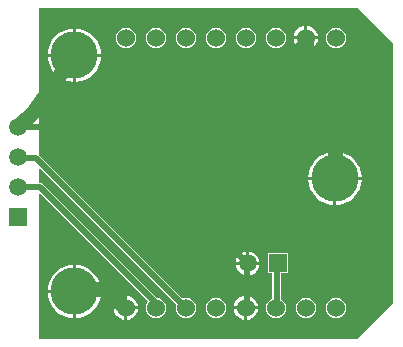
<source format=gtl>
G04*
G04 #@! TF.GenerationSoftware,Altium Limited,Altium Designer,19.1.5 (86)*
G04*
G04 Layer_Physical_Order=1*
G04 Layer_Color=255*
%FSLAX25Y25*%
%MOIN*%
G70*
G01*
G75*
%ADD16C,0.05000*%
%ADD17C,0.02000*%
%ADD18C,0.15748*%
%ADD19C,0.05906*%
%ADD20R,0.05906X0.05906*%
%ADD21R,0.05906X0.05906*%
%ADD22C,0.06000*%
G36*
X149606Y102362D02*
Y15748D01*
X137795Y3937D01*
X31496D01*
Y52218D01*
X31958Y52409D01*
X67917Y16451D01*
X67530Y15947D01*
X67188Y15120D01*
X67071Y14232D01*
X67188Y13345D01*
X67530Y12518D01*
X68075Y11807D01*
X68785Y11262D01*
X69612Y10920D01*
X70500Y10803D01*
X71388Y10920D01*
X72215Y11262D01*
X72925Y11807D01*
X73470Y12518D01*
X73813Y13345D01*
X73929Y14232D01*
X73813Y15120D01*
X73470Y15947D01*
X72925Y16657D01*
X72215Y17202D01*
X71388Y17545D01*
X70780Y17625D01*
X32927Y55478D01*
X32464Y55787D01*
X31917Y55896D01*
X31496Y56146D01*
Y60564D01*
X31958Y60756D01*
X77306Y15407D01*
X77188Y15120D01*
X77071Y14232D01*
X77188Y13345D01*
X77530Y12518D01*
X78075Y11807D01*
X78785Y11262D01*
X79612Y10920D01*
X80500Y10803D01*
X81388Y10920D01*
X82215Y11262D01*
X82925Y11807D01*
X83470Y12518D01*
X83812Y13345D01*
X83929Y14232D01*
X83812Y15120D01*
X83470Y15947D01*
X82925Y16657D01*
X82215Y17202D01*
X81388Y17545D01*
X80500Y17662D01*
X79612Y17545D01*
X79325Y17426D01*
X31635Y65116D01*
X31496Y65209D01*
Y114173D01*
X137795D01*
X149606Y102362D01*
D02*
G37*
%LPC*%
G36*
X121000Y108201D02*
Y104732D01*
X124469D01*
X124397Y105277D01*
X123994Y106249D01*
X123353Y107085D01*
X122517Y107726D01*
X121544Y108129D01*
X121000Y108201D01*
D02*
G37*
G36*
X120000D02*
X119456Y108129D01*
X118483Y107726D01*
X117647Y107085D01*
X117006Y106249D01*
X116603Y105277D01*
X116531Y104732D01*
X120000D01*
Y108201D01*
D02*
G37*
G36*
X130500Y107662D02*
X129612Y107545D01*
X128785Y107202D01*
X128075Y106657D01*
X127530Y105947D01*
X127188Y105120D01*
X127071Y104232D01*
X127188Y103345D01*
X127530Y102518D01*
X128075Y101807D01*
X128785Y101262D01*
X129612Y100920D01*
X130500Y100803D01*
X131388Y100920D01*
X132215Y101262D01*
X132925Y101807D01*
X133470Y102518D01*
X133812Y103345D01*
X133929Y104232D01*
X133812Y105120D01*
X133470Y105947D01*
X132925Y106657D01*
X132215Y107202D01*
X131388Y107545D01*
X130500Y107662D01*
D02*
G37*
G36*
X110500D02*
X109612Y107545D01*
X108785Y107202D01*
X108075Y106657D01*
X107530Y105947D01*
X107187Y105120D01*
X107071Y104232D01*
X107187Y103345D01*
X107530Y102518D01*
X108075Y101807D01*
X108785Y101262D01*
X109612Y100920D01*
X110500Y100803D01*
X111388Y100920D01*
X112215Y101262D01*
X112925Y101807D01*
X113470Y102518D01*
X113812Y103345D01*
X113929Y104232D01*
X113812Y105120D01*
X113470Y105947D01*
X112925Y106657D01*
X112215Y107202D01*
X111388Y107545D01*
X110500Y107662D01*
D02*
G37*
G36*
X100500D02*
X99612Y107545D01*
X98785Y107202D01*
X98075Y106657D01*
X97530Y105947D01*
X97188Y105120D01*
X97071Y104232D01*
X97188Y103345D01*
X97530Y102518D01*
X98075Y101807D01*
X98785Y101262D01*
X99612Y100920D01*
X100500Y100803D01*
X101388Y100920D01*
X102215Y101262D01*
X102925Y101807D01*
X103470Y102518D01*
X103813Y103345D01*
X103929Y104232D01*
X103813Y105120D01*
X103470Y105947D01*
X102925Y106657D01*
X102215Y107202D01*
X101388Y107545D01*
X100500Y107662D01*
D02*
G37*
G36*
X90500D02*
X89612Y107545D01*
X88785Y107202D01*
X88075Y106657D01*
X87530Y105947D01*
X87187Y105120D01*
X87071Y104232D01*
X87187Y103345D01*
X87530Y102518D01*
X88075Y101807D01*
X88785Y101262D01*
X89612Y100920D01*
X90500Y100803D01*
X91388Y100920D01*
X92215Y101262D01*
X92925Y101807D01*
X93470Y102518D01*
X93813Y103345D01*
X93929Y104232D01*
X93813Y105120D01*
X93470Y105947D01*
X92925Y106657D01*
X92215Y107202D01*
X91388Y107545D01*
X90500Y107662D01*
D02*
G37*
G36*
X80500D02*
X79612Y107545D01*
X78785Y107202D01*
X78075Y106657D01*
X77530Y105947D01*
X77188Y105120D01*
X77071Y104232D01*
X77188Y103345D01*
X77530Y102518D01*
X78075Y101807D01*
X78785Y101262D01*
X79612Y100920D01*
X80500Y100803D01*
X81388Y100920D01*
X82215Y101262D01*
X82925Y101807D01*
X83470Y102518D01*
X83812Y103345D01*
X83929Y104232D01*
X83812Y105120D01*
X83470Y105947D01*
X82925Y106657D01*
X82215Y107202D01*
X81388Y107545D01*
X80500Y107662D01*
D02*
G37*
G36*
X70500D02*
X69612Y107545D01*
X68785Y107202D01*
X68075Y106657D01*
X67530Y105947D01*
X67188Y105120D01*
X67071Y104232D01*
X67188Y103345D01*
X67530Y102518D01*
X68075Y101807D01*
X68785Y101262D01*
X69612Y100920D01*
X70500Y100803D01*
X71388Y100920D01*
X72215Y101262D01*
X72925Y101807D01*
X73470Y102518D01*
X73813Y103345D01*
X73929Y104232D01*
X73813Y105120D01*
X73470Y105947D01*
X72925Y106657D01*
X72215Y107202D01*
X71388Y107545D01*
X70500Y107662D01*
D02*
G37*
G36*
X60500D02*
X59612Y107545D01*
X58785Y107202D01*
X58075Y106657D01*
X57530Y105947D01*
X57187Y105120D01*
X57071Y104232D01*
X57187Y103345D01*
X57530Y102518D01*
X58075Y101807D01*
X58785Y101262D01*
X59612Y100920D01*
X60500Y100803D01*
X61388Y100920D01*
X62215Y101262D01*
X62925Y101807D01*
X63470Y102518D01*
X63813Y103345D01*
X63929Y104232D01*
X63813Y105120D01*
X63470Y105947D01*
X62925Y106657D01*
X62215Y107202D01*
X61388Y107545D01*
X60500Y107662D01*
D02*
G37*
G36*
X124469Y103732D02*
X121000D01*
Y100264D01*
X121544Y100335D01*
X122517Y100738D01*
X123353Y101379D01*
X123994Y102215D01*
X124397Y103188D01*
X124469Y103732D01*
D02*
G37*
G36*
X120000D02*
X116531D01*
X116603Y103188D01*
X117006Y102215D01*
X117647Y101379D01*
X118483Y100738D01*
X119456Y100335D01*
X120000Y100264D01*
Y103732D01*
D02*
G37*
G36*
X43807Y107293D02*
Y98925D01*
X52175D01*
X52053Y100165D01*
X51545Y101838D01*
X50721Y103379D01*
X49612Y104730D01*
X48261Y105839D01*
X46720Y106663D01*
X45047Y107171D01*
X43807Y107293D01*
D02*
G37*
G36*
X42807D02*
X41568Y107171D01*
X39895Y106663D01*
X38353Y105839D01*
X37002Y104730D01*
X35893Y103379D01*
X35069Y101838D01*
X34561Y100165D01*
X34439Y98925D01*
X42807D01*
Y107293D01*
D02*
G37*
G36*
X52175Y97925D02*
X43807D01*
Y89557D01*
X45047Y89680D01*
X46720Y90187D01*
X48261Y91011D01*
X49612Y92120D01*
X50721Y93471D01*
X51545Y95013D01*
X52053Y96686D01*
X52175Y97925D01*
D02*
G37*
G36*
X42807D02*
X34439D01*
X34561Y96686D01*
X35069Y95013D01*
X35893Y93471D01*
X37002Y92120D01*
X38353Y91011D01*
X39895Y90187D01*
X41568Y89680D01*
X42807Y89557D01*
Y97925D01*
D02*
G37*
G36*
X130685Y66250D02*
Y57882D01*
X139053D01*
X138931Y59122D01*
X138423Y60794D01*
X137599Y62336D01*
X136490Y63687D01*
X135139Y64796D01*
X133597Y65620D01*
X131925Y66128D01*
X130685Y66250D01*
D02*
G37*
G36*
X129685D02*
X128445Y66128D01*
X126773Y65620D01*
X125231Y64796D01*
X123880Y63687D01*
X122771Y62336D01*
X121947Y60794D01*
X121439Y59122D01*
X121317Y57882D01*
X129685D01*
Y66250D01*
D02*
G37*
G36*
X139053Y56882D02*
X130685D01*
Y48514D01*
X131925Y48636D01*
X133597Y49144D01*
X135139Y49968D01*
X136490Y51077D01*
X137599Y52428D01*
X138423Y53970D01*
X138931Y55642D01*
X139053Y56882D01*
D02*
G37*
G36*
X129685D02*
X121317D01*
X121439Y55642D01*
X121947Y53970D01*
X122771Y52428D01*
X123880Y51077D01*
X125231Y49968D01*
X126773Y49144D01*
X128445Y48636D01*
X129685Y48514D01*
Y56882D01*
D02*
G37*
G36*
X101551Y32956D02*
Y29535D01*
X104972D01*
X104902Y30067D01*
X104504Y31029D01*
X103870Y31855D01*
X103045Y32488D01*
X102083Y32886D01*
X101551Y32956D01*
D02*
G37*
G36*
X100551D02*
X100019Y32886D01*
X99058Y32488D01*
X98232Y31855D01*
X97598Y31029D01*
X97200Y30067D01*
X97130Y29535D01*
X100551D01*
Y32956D01*
D02*
G37*
G36*
X104972Y28535D02*
X101551D01*
Y25114D01*
X102083Y25184D01*
X103045Y25583D01*
X103870Y26216D01*
X104504Y27042D01*
X104902Y28004D01*
X104972Y28535D01*
D02*
G37*
G36*
X100551D02*
X97130D01*
X97200Y28004D01*
X97598Y27042D01*
X98232Y26216D01*
X99058Y25583D01*
X100019Y25184D01*
X100551Y25114D01*
Y28535D01*
D02*
G37*
G36*
X43807Y28553D02*
Y20185D01*
X52175D01*
X52053Y21425D01*
X51545Y23097D01*
X50721Y24639D01*
X49612Y25990D01*
X48261Y27099D01*
X46720Y27923D01*
X45047Y28431D01*
X43807Y28553D01*
D02*
G37*
G36*
X42807D02*
X41568Y28431D01*
X39895Y27923D01*
X38353Y27099D01*
X37002Y25990D01*
X35893Y24639D01*
X35069Y23097D01*
X34561Y21425D01*
X34439Y20185D01*
X42807D01*
Y28553D01*
D02*
G37*
G36*
X101000Y18201D02*
Y14732D01*
X104469D01*
X104397Y15277D01*
X103994Y16250D01*
X103353Y17085D01*
X102517Y17726D01*
X101544Y18129D01*
X101000Y18201D01*
D02*
G37*
G36*
X61000D02*
Y14732D01*
X64469D01*
X64397Y15277D01*
X63994Y16250D01*
X63353Y17085D01*
X62517Y17726D01*
X61544Y18129D01*
X61000Y18201D01*
D02*
G37*
G36*
X60000D02*
X59456Y18129D01*
X58483Y17726D01*
X57647Y17085D01*
X57006Y16250D01*
X56603Y15277D01*
X56531Y14732D01*
X60000D01*
Y18201D01*
D02*
G37*
G36*
X100000D02*
X99456Y18129D01*
X98483Y17726D01*
X97647Y17085D01*
X97006Y16250D01*
X96603Y15277D01*
X96531Y14732D01*
X100000D01*
Y18201D01*
D02*
G37*
G36*
X52175Y19185D02*
X43807D01*
Y10817D01*
X45047Y10939D01*
X46720Y11447D01*
X48261Y12271D01*
X49612Y13380D01*
X50721Y14731D01*
X51545Y16273D01*
X52053Y17945D01*
X52175Y19185D01*
D02*
G37*
G36*
X42807D02*
X34439D01*
X34561Y17945D01*
X35069Y16273D01*
X35893Y14731D01*
X37002Y13380D01*
X38353Y12271D01*
X39895Y11447D01*
X41568Y10939D01*
X42807Y10817D01*
Y19185D01*
D02*
G37*
G36*
X130500Y17662D02*
X129612Y17545D01*
X128785Y17202D01*
X128075Y16657D01*
X127530Y15947D01*
X127188Y15120D01*
X127071Y14232D01*
X127188Y13345D01*
X127530Y12518D01*
X128075Y11807D01*
X128785Y11262D01*
X129612Y10920D01*
X130500Y10803D01*
X131388Y10920D01*
X132215Y11262D01*
X132925Y11807D01*
X133470Y12518D01*
X133812Y13345D01*
X133929Y14232D01*
X133812Y15120D01*
X133470Y15947D01*
X132925Y16657D01*
X132215Y17202D01*
X131388Y17545D01*
X130500Y17662D01*
D02*
G37*
G36*
X120500D02*
X119612Y17545D01*
X118785Y17202D01*
X118075Y16657D01*
X117530Y15947D01*
X117188Y15120D01*
X117071Y14232D01*
X117188Y13345D01*
X117530Y12518D01*
X118075Y11807D01*
X118785Y11262D01*
X119612Y10920D01*
X120500Y10803D01*
X121388Y10920D01*
X122215Y11262D01*
X122925Y11807D01*
X123470Y12518D01*
X123812Y13345D01*
X123929Y14232D01*
X123812Y15120D01*
X123470Y15947D01*
X122925Y16657D01*
X122215Y17202D01*
X121388Y17545D01*
X120500Y17662D01*
D02*
G37*
G36*
X114404Y32388D02*
X107698D01*
Y25683D01*
X109348D01*
Y17435D01*
X108785Y17202D01*
X108075Y16657D01*
X107530Y15947D01*
X107187Y15120D01*
X107071Y14232D01*
X107187Y13345D01*
X107530Y12518D01*
X108075Y11807D01*
X108785Y11262D01*
X109612Y10920D01*
X110500Y10803D01*
X111388Y10920D01*
X112215Y11262D01*
X112925Y11807D01*
X113470Y12518D01*
X113812Y13345D01*
X113929Y14232D01*
X113812Y15120D01*
X113470Y15947D01*
X112925Y16657D01*
X112215Y17202D01*
X112203Y17207D01*
Y25683D01*
X114404D01*
Y32388D01*
D02*
G37*
G36*
X90500Y17662D02*
X89612Y17545D01*
X88785Y17202D01*
X88075Y16657D01*
X87530Y15947D01*
X87187Y15120D01*
X87071Y14232D01*
X87187Y13345D01*
X87530Y12518D01*
X88075Y11807D01*
X88785Y11262D01*
X89612Y10920D01*
X90500Y10803D01*
X91388Y10920D01*
X92215Y11262D01*
X92925Y11807D01*
X93470Y12518D01*
X93813Y13345D01*
X93929Y14232D01*
X93813Y15120D01*
X93470Y15947D01*
X92925Y16657D01*
X92215Y17202D01*
X91388Y17545D01*
X90500Y17662D01*
D02*
G37*
G36*
X104469Y13732D02*
X101000D01*
Y10264D01*
X101544Y10335D01*
X102517Y10738D01*
X103353Y11379D01*
X103994Y12215D01*
X104397Y13188D01*
X104469Y13732D01*
D02*
G37*
G36*
X64469D02*
X61000D01*
Y10264D01*
X61544Y10335D01*
X62517Y10738D01*
X63353Y11379D01*
X63994Y12215D01*
X64397Y13188D01*
X64469Y13732D01*
D02*
G37*
G36*
X60000D02*
X56531D01*
X56603Y13188D01*
X57006Y12215D01*
X57647Y11379D01*
X58483Y10738D01*
X59456Y10335D01*
X60000Y10264D01*
Y13732D01*
D02*
G37*
G36*
X100000D02*
X96531D01*
X96603Y13188D01*
X97006Y12215D01*
X97647Y11379D01*
X98483Y10738D01*
X99456Y10335D01*
X100000Y10264D01*
Y13732D01*
D02*
G37*
%LPD*%
D16*
X29398Y79438D02*
X43307Y98425D01*
X24673Y74713D02*
X29398Y79438D01*
X120500Y93445D02*
X130185Y83760D01*
X120500Y93445D02*
Y104232D01*
X130185Y57382D02*
Y83760D01*
X60229Y14232D02*
X60500D01*
X53694Y20768D02*
X60229Y14232D01*
X43307Y19685D02*
X53694Y20768D01*
X24673Y74468D02*
Y74713D01*
D17*
X100776Y14508D02*
Y29311D01*
X92941Y37146D02*
Y76673D01*
Y37146D02*
X100776Y29311D01*
X31917Y54469D02*
X70500Y15886D01*
Y14232D02*
Y15886D01*
X45933Y76673D02*
X92941D01*
X120500Y104232D01*
X43728Y74468D02*
X45933Y76673D01*
X24673Y74468D02*
X43728D01*
X30626Y64106D02*
X80500Y14232D01*
X25036Y64106D02*
X30626D01*
X24673Y64468D02*
X25036Y64106D01*
X24673Y54469D02*
X31917D01*
X100500Y14232D02*
X100776Y14508D01*
X110500Y14232D02*
X110776Y14508D01*
Y28760D01*
X111051Y29035D01*
D18*
X130185Y57382D02*
D03*
X43307Y98425D02*
D03*
Y19685D02*
D03*
D19*
X101051Y29035D02*
D03*
X24673Y54469D02*
D03*
Y64468D02*
D03*
Y74468D02*
D03*
D20*
X111051Y29035D02*
D03*
D21*
X24673Y44469D02*
D03*
D22*
X130500Y104232D02*
D03*
X120500D02*
D03*
X110500D02*
D03*
X100500D02*
D03*
X90500D02*
D03*
X80500D02*
D03*
X70500D02*
D03*
X60500D02*
D03*
Y14232D02*
D03*
X70500D02*
D03*
X80500D02*
D03*
X90500D02*
D03*
X100500D02*
D03*
X110500D02*
D03*
X120500D02*
D03*
X130500D02*
D03*
M02*

</source>
